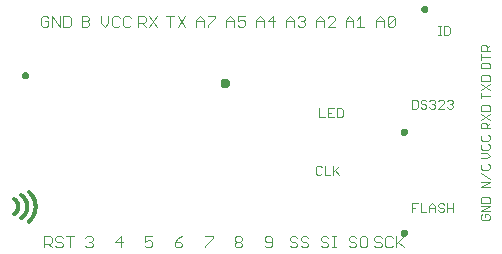
<source format=gto>
G75*
%MOIN*%
%OFA0B0*%
%FSLAX25Y25*%
%IPPOS*%
%LPD*%
%AMOC8*
5,1,8,0,0,1.08239X$1,22.5*
%
%ADD10C,0.00300*%
%ADD11C,0.01600*%
%ADD12C,0.01200*%
D10*
X0037119Y0019400D02*
X0037119Y0023103D01*
X0038970Y0023103D01*
X0039587Y0022486D01*
X0039587Y0021252D01*
X0038970Y0020634D01*
X0037119Y0020634D01*
X0038353Y0020634D02*
X0039587Y0019400D01*
X0040802Y0020017D02*
X0041419Y0019400D01*
X0042653Y0019400D01*
X0043270Y0020017D01*
X0043270Y0020634D01*
X0042653Y0021252D01*
X0041419Y0021252D01*
X0040802Y0021869D01*
X0040802Y0022486D01*
X0041419Y0023103D01*
X0042653Y0023103D01*
X0043270Y0022486D01*
X0044485Y0023103D02*
X0046954Y0023103D01*
X0045719Y0023103D02*
X0045719Y0019400D01*
X0050869Y0020017D02*
X0051486Y0019400D01*
X0052720Y0019400D01*
X0053337Y0020017D01*
X0053337Y0020634D01*
X0052720Y0021252D01*
X0052103Y0021252D01*
X0052720Y0021252D02*
X0053337Y0021869D01*
X0053337Y0022486D01*
X0052720Y0023103D01*
X0051486Y0023103D01*
X0050869Y0022486D01*
X0060869Y0021252D02*
X0063337Y0021252D01*
X0062720Y0023103D02*
X0060869Y0021252D01*
X0062720Y0023103D02*
X0062720Y0019400D01*
X0070556Y0020017D02*
X0071173Y0019400D01*
X0072408Y0019400D01*
X0073025Y0020017D01*
X0073025Y0021252D01*
X0072408Y0021869D01*
X0071790Y0021869D01*
X0070556Y0021252D01*
X0070556Y0023103D01*
X0073025Y0023103D01*
X0080556Y0021252D02*
X0080556Y0020017D01*
X0081173Y0019400D01*
X0082408Y0019400D01*
X0083025Y0020017D01*
X0083025Y0020634D01*
X0082408Y0021252D01*
X0080556Y0021252D01*
X0081790Y0022486D01*
X0083025Y0023103D01*
X0090869Y0023103D02*
X0093337Y0023103D01*
X0093337Y0022486D01*
X0090869Y0020017D01*
X0090869Y0019400D01*
X0100556Y0020017D02*
X0101173Y0019400D01*
X0102408Y0019400D01*
X0103025Y0020017D01*
X0103025Y0020634D01*
X0102408Y0021252D01*
X0101173Y0021252D01*
X0100556Y0021869D01*
X0100556Y0022486D01*
X0101173Y0023103D01*
X0102408Y0023103D01*
X0103025Y0022486D01*
X0103025Y0021869D01*
X0102408Y0021252D01*
X0101173Y0021252D02*
X0100556Y0020634D01*
X0100556Y0020017D01*
X0110556Y0020017D02*
X0111173Y0019400D01*
X0112408Y0019400D01*
X0113025Y0020017D01*
X0113025Y0022486D01*
X0112408Y0023103D01*
X0111173Y0023103D01*
X0110556Y0022486D01*
X0110556Y0021869D01*
X0111173Y0021252D01*
X0113025Y0021252D01*
X0118994Y0021869D02*
X0119611Y0021252D01*
X0120845Y0021252D01*
X0121462Y0020634D01*
X0121462Y0020017D01*
X0120845Y0019400D01*
X0119611Y0019400D01*
X0118994Y0020017D01*
X0118994Y0021869D02*
X0118994Y0022486D01*
X0119611Y0023103D01*
X0120845Y0023103D01*
X0121462Y0022486D01*
X0122677Y0022486D02*
X0122677Y0021869D01*
X0123294Y0021252D01*
X0124528Y0021252D01*
X0125145Y0020634D01*
X0125145Y0020017D01*
X0124528Y0019400D01*
X0123294Y0019400D01*
X0122677Y0020017D01*
X0122677Y0022486D02*
X0123294Y0023103D01*
X0124528Y0023103D01*
X0125145Y0022486D01*
X0129306Y0022486D02*
X0129306Y0021869D01*
X0129923Y0021252D01*
X0131158Y0021252D01*
X0131775Y0020634D01*
X0131775Y0020017D01*
X0131158Y0019400D01*
X0129923Y0019400D01*
X0129306Y0020017D01*
X0132989Y0019400D02*
X0134224Y0019400D01*
X0133606Y0019400D02*
X0133606Y0023103D01*
X0132989Y0023103D02*
X0134224Y0023103D01*
X0131775Y0022486D02*
X0131158Y0023103D01*
X0129923Y0023103D01*
X0129306Y0022486D01*
X0138681Y0022486D02*
X0138681Y0021869D01*
X0139298Y0021252D01*
X0140533Y0021252D01*
X0141150Y0020634D01*
X0141150Y0020017D01*
X0140533Y0019400D01*
X0139298Y0019400D01*
X0138681Y0020017D01*
X0138681Y0022486D02*
X0139298Y0023103D01*
X0140533Y0023103D01*
X0141150Y0022486D01*
X0142364Y0022486D02*
X0142364Y0020017D01*
X0142981Y0019400D01*
X0144216Y0019400D01*
X0144833Y0020017D01*
X0144833Y0022486D01*
X0144216Y0023103D01*
X0142981Y0023103D01*
X0142364Y0022486D01*
X0147119Y0022486D02*
X0147119Y0021869D01*
X0147736Y0021252D01*
X0148970Y0021252D01*
X0149587Y0020634D01*
X0149587Y0020017D01*
X0148970Y0019400D01*
X0147736Y0019400D01*
X0147119Y0020017D01*
X0150802Y0020017D02*
X0151419Y0019400D01*
X0152653Y0019400D01*
X0153270Y0020017D01*
X0154485Y0019400D02*
X0154485Y0023103D01*
X0153270Y0022486D02*
X0152653Y0023103D01*
X0151419Y0023103D01*
X0150802Y0022486D01*
X0150802Y0020017D01*
X0154485Y0020634D02*
X0156954Y0023103D01*
X0155102Y0021252D02*
X0156954Y0019400D01*
X0149587Y0022486D02*
X0148970Y0023103D01*
X0147736Y0023103D01*
X0147119Y0022486D01*
X0159619Y0031275D02*
X0159619Y0034177D01*
X0161553Y0034177D01*
X0162565Y0034177D02*
X0162565Y0031275D01*
X0164500Y0031275D01*
X0165512Y0031275D02*
X0165512Y0033210D01*
X0166479Y0034177D01*
X0167447Y0033210D01*
X0167447Y0031275D01*
X0168458Y0031759D02*
X0168942Y0031275D01*
X0169909Y0031275D01*
X0170393Y0031759D01*
X0170393Y0032242D01*
X0169909Y0032726D01*
X0168942Y0032726D01*
X0168458Y0033210D01*
X0168458Y0033694D01*
X0168942Y0034177D01*
X0169909Y0034177D01*
X0170393Y0033694D01*
X0171405Y0034177D02*
X0171405Y0031275D01*
X0173340Y0031275D02*
X0173340Y0034177D01*
X0173340Y0032726D02*
X0171405Y0032726D01*
X0167447Y0032726D02*
X0165512Y0032726D01*
X0160586Y0032726D02*
X0159619Y0032726D01*
X0182666Y0033344D02*
X0185569Y0033344D01*
X0182666Y0031409D01*
X0185569Y0031409D01*
X0185085Y0030397D02*
X0184117Y0030397D01*
X0184117Y0029430D01*
X0183150Y0030397D02*
X0182666Y0029914D01*
X0182666Y0028946D01*
X0183150Y0028462D01*
X0185085Y0028462D01*
X0185569Y0028946D01*
X0185569Y0029914D01*
X0185085Y0030397D01*
X0185569Y0034356D02*
X0182666Y0034356D01*
X0182666Y0035807D01*
X0183150Y0036291D01*
X0185085Y0036291D01*
X0185569Y0035807D01*
X0185569Y0034356D01*
X0185569Y0039400D02*
X0182666Y0039400D01*
X0185569Y0041335D01*
X0182666Y0041335D01*
X0182666Y0044281D02*
X0185569Y0042347D01*
X0185085Y0045293D02*
X0183150Y0045293D01*
X0182666Y0045777D01*
X0182666Y0046744D01*
X0183150Y0047228D01*
X0185085Y0047228D02*
X0185569Y0046744D01*
X0185569Y0045777D01*
X0185085Y0045293D01*
X0184601Y0049087D02*
X0182666Y0049087D01*
X0184601Y0049087D02*
X0185569Y0050055D01*
X0184601Y0051022D01*
X0182666Y0051022D01*
X0183150Y0052034D02*
X0185085Y0052034D01*
X0185569Y0052518D01*
X0185569Y0053485D01*
X0185085Y0053969D01*
X0185085Y0054981D02*
X0183150Y0054981D01*
X0182666Y0055464D01*
X0182666Y0056432D01*
X0183150Y0056916D01*
X0185085Y0056916D02*
X0185569Y0056432D01*
X0185569Y0055464D01*
X0185085Y0054981D01*
X0183150Y0053969D02*
X0182666Y0053485D01*
X0182666Y0052518D01*
X0183150Y0052034D01*
X0182666Y0059087D02*
X0182666Y0060539D01*
X0183150Y0061022D01*
X0184117Y0061022D01*
X0184601Y0060539D01*
X0184601Y0059087D01*
X0185569Y0059087D02*
X0182666Y0059087D01*
X0184601Y0060055D02*
X0185569Y0061022D01*
X0185569Y0062034D02*
X0182666Y0063969D01*
X0182666Y0064981D02*
X0182666Y0066432D01*
X0183150Y0066916D01*
X0185085Y0066916D01*
X0185569Y0066432D01*
X0185569Y0064981D01*
X0182666Y0064981D01*
X0182666Y0062034D02*
X0185569Y0063969D01*
X0182666Y0069088D02*
X0182666Y0071022D01*
X0182666Y0070055D02*
X0185569Y0070055D01*
X0185569Y0072034D02*
X0182666Y0073969D01*
X0182666Y0074981D02*
X0182666Y0076432D01*
X0183150Y0076916D01*
X0185085Y0076916D01*
X0185569Y0076432D01*
X0185569Y0074981D01*
X0182666Y0074981D01*
X0182666Y0072034D02*
X0185569Y0073969D01*
X0185569Y0079088D02*
X0182666Y0079088D01*
X0182666Y0080539D01*
X0183150Y0081022D01*
X0185085Y0081022D01*
X0185569Y0080539D01*
X0185569Y0079088D01*
X0182666Y0082034D02*
X0182666Y0083969D01*
X0182666Y0083002D02*
X0185569Y0083002D01*
X0185569Y0084981D02*
X0182666Y0084981D01*
X0182666Y0086432D01*
X0183150Y0086916D01*
X0184117Y0086916D01*
X0184601Y0086432D01*
X0184601Y0084981D01*
X0184601Y0085948D02*
X0185569Y0086916D01*
X0172357Y0090746D02*
X0172357Y0092681D01*
X0171873Y0093165D01*
X0170422Y0093165D01*
X0170422Y0090262D01*
X0171873Y0090262D01*
X0172357Y0090746D01*
X0169425Y0090262D02*
X0168458Y0090262D01*
X0168941Y0090262D02*
X0168941Y0093165D01*
X0168458Y0093165D02*
X0169425Y0093165D01*
X0154029Y0093517D02*
X0153412Y0092900D01*
X0152178Y0092900D01*
X0151560Y0093517D01*
X0154029Y0095986D01*
X0154029Y0093517D01*
X0151560Y0093517D02*
X0151560Y0095986D01*
X0152178Y0096603D01*
X0153412Y0096603D01*
X0154029Y0095986D01*
X0150346Y0095369D02*
X0150346Y0092900D01*
X0147877Y0092900D02*
X0147877Y0095369D01*
X0149112Y0096603D01*
X0150346Y0095369D01*
X0150346Y0094752D02*
X0147877Y0094752D01*
X0143717Y0092900D02*
X0141248Y0092900D01*
X0140033Y0092900D02*
X0140033Y0095369D01*
X0138799Y0096603D01*
X0137565Y0095369D01*
X0137565Y0092900D01*
X0134029Y0092900D02*
X0131560Y0092900D01*
X0134029Y0095369D01*
X0134029Y0095986D01*
X0133412Y0096603D01*
X0132178Y0096603D01*
X0131560Y0095986D01*
X0130346Y0095369D02*
X0129112Y0096603D01*
X0127877Y0095369D01*
X0127877Y0092900D01*
X0130346Y0092900D02*
X0130346Y0095369D01*
X0130346Y0094752D02*
X0127877Y0094752D01*
X0124029Y0095369D02*
X0123412Y0094752D01*
X0124029Y0094134D01*
X0124029Y0093517D01*
X0123412Y0092900D01*
X0122178Y0092900D01*
X0121560Y0093517D01*
X0120346Y0092900D02*
X0120346Y0095369D01*
X0119112Y0096603D01*
X0117877Y0095369D01*
X0117877Y0092900D01*
X0113412Y0092900D02*
X0113412Y0096603D01*
X0111560Y0094752D01*
X0114029Y0094752D01*
X0110346Y0094752D02*
X0107877Y0094752D01*
X0107877Y0095369D02*
X0109112Y0096603D01*
X0110346Y0095369D01*
X0110346Y0092900D01*
X0107877Y0092900D02*
X0107877Y0095369D01*
X0104029Y0094752D02*
X0104029Y0093517D01*
X0103412Y0092900D01*
X0102178Y0092900D01*
X0101560Y0093517D01*
X0101560Y0094752D02*
X0102795Y0095369D01*
X0103412Y0095369D01*
X0104029Y0094752D01*
X0101560Y0094752D02*
X0101560Y0096603D01*
X0104029Y0096603D01*
X0100346Y0095369D02*
X0100346Y0092900D01*
X0097877Y0092900D02*
X0097877Y0095369D01*
X0099112Y0096603D01*
X0100346Y0095369D01*
X0100346Y0094752D02*
X0097877Y0094752D01*
X0094029Y0095986D02*
X0094029Y0096603D01*
X0091560Y0096603D01*
X0090346Y0095369D02*
X0089112Y0096603D01*
X0087877Y0095369D01*
X0087877Y0092900D01*
X0090346Y0092900D02*
X0090346Y0095369D01*
X0090346Y0094752D02*
X0087877Y0094752D01*
X0091560Y0093517D02*
X0091560Y0092900D01*
X0091560Y0093517D02*
X0094029Y0095986D01*
X0084029Y0096603D02*
X0081560Y0092900D01*
X0079112Y0092900D02*
X0079112Y0096603D01*
X0080346Y0096603D02*
X0077877Y0096603D01*
X0074654Y0096603D02*
X0072185Y0092900D01*
X0070971Y0092900D02*
X0069737Y0094134D01*
X0070354Y0094134D02*
X0068502Y0094134D01*
X0070354Y0094134D02*
X0070971Y0094752D01*
X0070971Y0095986D01*
X0070354Y0096603D01*
X0068502Y0096603D01*
X0068502Y0092900D01*
X0065904Y0093517D02*
X0065287Y0092900D01*
X0064053Y0092900D01*
X0063435Y0093517D01*
X0063435Y0095986D01*
X0064053Y0096603D01*
X0065287Y0096603D01*
X0065904Y0095986D01*
X0062221Y0095986D02*
X0061604Y0096603D01*
X0060369Y0096603D01*
X0059752Y0095986D01*
X0059752Y0093517D01*
X0060369Y0092900D01*
X0061604Y0092900D01*
X0062221Y0093517D01*
X0058538Y0094134D02*
X0058538Y0096603D01*
X0056069Y0096603D02*
X0056069Y0094134D01*
X0057303Y0092900D01*
X0058538Y0094134D01*
X0052154Y0094134D02*
X0052154Y0093517D01*
X0051537Y0092900D01*
X0049685Y0092900D01*
X0049685Y0096603D01*
X0051537Y0096603D01*
X0052154Y0095986D01*
X0052154Y0095369D01*
X0051537Y0094752D01*
X0049685Y0094752D01*
X0051537Y0094752D02*
X0052154Y0094134D01*
X0045904Y0093517D02*
X0045287Y0092900D01*
X0043435Y0092900D01*
X0043435Y0096603D01*
X0045287Y0096603D01*
X0045904Y0095986D01*
X0045904Y0093517D01*
X0042221Y0092900D02*
X0042221Y0096603D01*
X0039752Y0096603D02*
X0042221Y0092900D01*
X0039752Y0092900D02*
X0039752Y0096603D01*
X0038538Y0095986D02*
X0037921Y0096603D01*
X0036686Y0096603D01*
X0036069Y0095986D01*
X0036069Y0093517D01*
X0036686Y0092900D01*
X0037921Y0092900D01*
X0038538Y0093517D01*
X0038538Y0094752D01*
X0037303Y0094752D01*
X0072185Y0096603D02*
X0074654Y0092900D01*
X0081560Y0096603D02*
X0084029Y0092900D01*
X0117877Y0094752D02*
X0120346Y0094752D01*
X0121560Y0095986D02*
X0122178Y0096603D01*
X0123412Y0096603D01*
X0124029Y0095986D01*
X0124029Y0095369D01*
X0123412Y0094752D02*
X0122795Y0094752D01*
X0137565Y0094752D02*
X0140033Y0094752D01*
X0141248Y0095369D02*
X0142482Y0096603D01*
X0142482Y0092900D01*
X0159619Y0068552D02*
X0161070Y0068552D01*
X0161553Y0068069D01*
X0161553Y0066134D01*
X0161070Y0065650D01*
X0159619Y0065650D01*
X0159619Y0068552D01*
X0162565Y0068069D02*
X0162565Y0067585D01*
X0163049Y0067101D01*
X0164016Y0067101D01*
X0164500Y0066617D01*
X0164500Y0066134D01*
X0164016Y0065650D01*
X0163049Y0065650D01*
X0162565Y0066134D01*
X0165512Y0066134D02*
X0165995Y0065650D01*
X0166963Y0065650D01*
X0167447Y0066134D01*
X0167447Y0066617D01*
X0166963Y0067101D01*
X0166479Y0067101D01*
X0166963Y0067101D02*
X0167447Y0067585D01*
X0167447Y0068069D01*
X0166963Y0068552D01*
X0165995Y0068552D01*
X0165512Y0068069D01*
X0164500Y0068069D02*
X0164016Y0068552D01*
X0163049Y0068552D01*
X0162565Y0068069D01*
X0168458Y0068069D02*
X0168942Y0068552D01*
X0169909Y0068552D01*
X0170393Y0068069D01*
X0170393Y0067585D01*
X0168458Y0065650D01*
X0170393Y0065650D01*
X0171405Y0066134D02*
X0171888Y0065650D01*
X0172856Y0065650D01*
X0173340Y0066134D01*
X0173340Y0066617D01*
X0172856Y0067101D01*
X0172372Y0067101D01*
X0172856Y0067101D02*
X0173340Y0067585D01*
X0173340Y0068069D01*
X0172856Y0068552D01*
X0171888Y0068552D01*
X0171405Y0068069D01*
X0136684Y0065256D02*
X0136684Y0063321D01*
X0136200Y0062837D01*
X0134749Y0062837D01*
X0134749Y0065740D01*
X0136200Y0065740D01*
X0136684Y0065256D01*
X0133738Y0065740D02*
X0131803Y0065740D01*
X0131803Y0062837D01*
X0133738Y0062837D01*
X0132770Y0064289D02*
X0131803Y0064289D01*
X0130791Y0062837D02*
X0128856Y0062837D01*
X0128856Y0065740D01*
X0129105Y0046602D02*
X0128138Y0046602D01*
X0127654Y0046119D01*
X0127654Y0044184D01*
X0128138Y0043700D01*
X0129105Y0043700D01*
X0129589Y0044184D01*
X0130600Y0043700D02*
X0132535Y0043700D01*
X0133547Y0043700D02*
X0133547Y0046602D01*
X0133547Y0044667D02*
X0135482Y0046602D01*
X0134031Y0045151D02*
X0135482Y0043700D01*
X0130600Y0043700D02*
X0130600Y0046602D01*
X0129589Y0046119D02*
X0129105Y0046602D01*
D11*
X0156656Y0058000D02*
X0156658Y0058035D01*
X0156664Y0058070D01*
X0156674Y0058103D01*
X0156687Y0058136D01*
X0156704Y0058167D01*
X0156724Y0058195D01*
X0156748Y0058221D01*
X0156774Y0058245D01*
X0156802Y0058265D01*
X0156833Y0058282D01*
X0156866Y0058295D01*
X0156899Y0058305D01*
X0156934Y0058311D01*
X0156969Y0058313D01*
X0157004Y0058311D01*
X0157039Y0058305D01*
X0157072Y0058295D01*
X0157105Y0058282D01*
X0157136Y0058265D01*
X0157164Y0058245D01*
X0157190Y0058221D01*
X0157214Y0058195D01*
X0157234Y0058167D01*
X0157251Y0058136D01*
X0157264Y0058103D01*
X0157274Y0058070D01*
X0157280Y0058035D01*
X0157282Y0058000D01*
X0157280Y0057965D01*
X0157274Y0057930D01*
X0157264Y0057897D01*
X0157251Y0057864D01*
X0157234Y0057833D01*
X0157214Y0057805D01*
X0157190Y0057779D01*
X0157164Y0057755D01*
X0157136Y0057735D01*
X0157105Y0057718D01*
X0157072Y0057705D01*
X0157039Y0057695D01*
X0157004Y0057689D01*
X0156969Y0057687D01*
X0156934Y0057689D01*
X0156899Y0057695D01*
X0156866Y0057705D01*
X0156833Y0057718D01*
X0156802Y0057735D01*
X0156774Y0057755D01*
X0156748Y0057779D01*
X0156724Y0057805D01*
X0156704Y0057833D01*
X0156687Y0057864D01*
X0156674Y0057897D01*
X0156664Y0057930D01*
X0156658Y0057965D01*
X0156656Y0058000D01*
X0096582Y0074250D02*
X0096584Y0074302D01*
X0096590Y0074354D01*
X0096600Y0074406D01*
X0096613Y0074456D01*
X0096630Y0074505D01*
X0096651Y0074553D01*
X0096676Y0074600D01*
X0096703Y0074644D01*
X0096734Y0074686D01*
X0096769Y0074725D01*
X0096806Y0074762D01*
X0096845Y0074797D01*
X0096887Y0074828D01*
X0096932Y0074855D01*
X0096978Y0074880D01*
X0097026Y0074901D01*
X0097075Y0074918D01*
X0097125Y0074931D01*
X0097177Y0074941D01*
X0097229Y0074947D01*
X0097281Y0074949D01*
X0097333Y0074947D01*
X0097385Y0074941D01*
X0097437Y0074931D01*
X0097487Y0074918D01*
X0097536Y0074901D01*
X0097584Y0074880D01*
X0097631Y0074855D01*
X0097675Y0074828D01*
X0097717Y0074797D01*
X0097756Y0074762D01*
X0097793Y0074725D01*
X0097828Y0074686D01*
X0097859Y0074644D01*
X0097886Y0074599D01*
X0097911Y0074553D01*
X0097932Y0074505D01*
X0097949Y0074456D01*
X0097962Y0074406D01*
X0097972Y0074354D01*
X0097978Y0074302D01*
X0097980Y0074250D01*
X0097978Y0074198D01*
X0097972Y0074146D01*
X0097962Y0074094D01*
X0097949Y0074044D01*
X0097932Y0073995D01*
X0097911Y0073947D01*
X0097886Y0073900D01*
X0097859Y0073856D01*
X0097828Y0073814D01*
X0097793Y0073775D01*
X0097756Y0073738D01*
X0097717Y0073703D01*
X0097675Y0073672D01*
X0097630Y0073645D01*
X0097584Y0073620D01*
X0097536Y0073599D01*
X0097487Y0073582D01*
X0097437Y0073569D01*
X0097385Y0073559D01*
X0097333Y0073553D01*
X0097281Y0073551D01*
X0097229Y0073553D01*
X0097177Y0073559D01*
X0097125Y0073569D01*
X0097075Y0073582D01*
X0097026Y0073599D01*
X0096978Y0073620D01*
X0096931Y0073645D01*
X0096887Y0073672D01*
X0096845Y0073703D01*
X0096806Y0073738D01*
X0096769Y0073775D01*
X0096734Y0073814D01*
X0096703Y0073856D01*
X0096676Y0073901D01*
X0096651Y0073947D01*
X0096630Y0073995D01*
X0096613Y0074044D01*
X0096600Y0074094D01*
X0096590Y0074146D01*
X0096584Y0074198D01*
X0096582Y0074250D01*
X0030406Y0076750D02*
X0030408Y0076785D01*
X0030414Y0076820D01*
X0030424Y0076853D01*
X0030437Y0076886D01*
X0030454Y0076917D01*
X0030474Y0076945D01*
X0030498Y0076971D01*
X0030524Y0076995D01*
X0030552Y0077015D01*
X0030583Y0077032D01*
X0030616Y0077045D01*
X0030649Y0077055D01*
X0030684Y0077061D01*
X0030719Y0077063D01*
X0030754Y0077061D01*
X0030789Y0077055D01*
X0030822Y0077045D01*
X0030855Y0077032D01*
X0030886Y0077015D01*
X0030914Y0076995D01*
X0030940Y0076971D01*
X0030964Y0076945D01*
X0030984Y0076917D01*
X0031001Y0076886D01*
X0031014Y0076853D01*
X0031024Y0076820D01*
X0031030Y0076785D01*
X0031032Y0076750D01*
X0031030Y0076715D01*
X0031024Y0076680D01*
X0031014Y0076647D01*
X0031001Y0076614D01*
X0030984Y0076583D01*
X0030964Y0076555D01*
X0030940Y0076529D01*
X0030914Y0076505D01*
X0030886Y0076485D01*
X0030855Y0076468D01*
X0030822Y0076455D01*
X0030789Y0076445D01*
X0030754Y0076439D01*
X0030719Y0076437D01*
X0030684Y0076439D01*
X0030649Y0076445D01*
X0030616Y0076455D01*
X0030583Y0076468D01*
X0030552Y0076485D01*
X0030524Y0076505D01*
X0030498Y0076529D01*
X0030474Y0076555D01*
X0030454Y0076583D01*
X0030437Y0076614D01*
X0030424Y0076647D01*
X0030414Y0076680D01*
X0030408Y0076715D01*
X0030406Y0076750D01*
X0156656Y0024250D02*
X0156658Y0024285D01*
X0156664Y0024320D01*
X0156674Y0024353D01*
X0156687Y0024386D01*
X0156704Y0024417D01*
X0156724Y0024445D01*
X0156748Y0024471D01*
X0156774Y0024495D01*
X0156802Y0024515D01*
X0156833Y0024532D01*
X0156866Y0024545D01*
X0156899Y0024555D01*
X0156934Y0024561D01*
X0156969Y0024563D01*
X0157004Y0024561D01*
X0157039Y0024555D01*
X0157072Y0024545D01*
X0157105Y0024532D01*
X0157136Y0024515D01*
X0157164Y0024495D01*
X0157190Y0024471D01*
X0157214Y0024445D01*
X0157234Y0024417D01*
X0157251Y0024386D01*
X0157264Y0024353D01*
X0157274Y0024320D01*
X0157280Y0024285D01*
X0157282Y0024250D01*
X0157280Y0024215D01*
X0157274Y0024180D01*
X0157264Y0024147D01*
X0157251Y0024114D01*
X0157234Y0024083D01*
X0157214Y0024055D01*
X0157190Y0024029D01*
X0157164Y0024005D01*
X0157136Y0023985D01*
X0157105Y0023968D01*
X0157072Y0023955D01*
X0157039Y0023945D01*
X0157004Y0023939D01*
X0156969Y0023937D01*
X0156934Y0023939D01*
X0156899Y0023945D01*
X0156866Y0023955D01*
X0156833Y0023968D01*
X0156802Y0023985D01*
X0156774Y0024005D01*
X0156748Y0024029D01*
X0156724Y0024055D01*
X0156704Y0024083D01*
X0156687Y0024114D01*
X0156674Y0024147D01*
X0156664Y0024180D01*
X0156658Y0024215D01*
X0156656Y0024250D01*
X0163531Y0098937D02*
X0163533Y0098972D01*
X0163539Y0099007D01*
X0163549Y0099040D01*
X0163562Y0099073D01*
X0163579Y0099104D01*
X0163599Y0099132D01*
X0163623Y0099158D01*
X0163649Y0099182D01*
X0163677Y0099202D01*
X0163708Y0099219D01*
X0163741Y0099232D01*
X0163774Y0099242D01*
X0163809Y0099248D01*
X0163844Y0099250D01*
X0163879Y0099248D01*
X0163914Y0099242D01*
X0163947Y0099232D01*
X0163980Y0099219D01*
X0164011Y0099202D01*
X0164039Y0099182D01*
X0164065Y0099158D01*
X0164089Y0099132D01*
X0164109Y0099104D01*
X0164126Y0099073D01*
X0164139Y0099040D01*
X0164149Y0099007D01*
X0164155Y0098972D01*
X0164157Y0098937D01*
X0164155Y0098902D01*
X0164149Y0098867D01*
X0164139Y0098834D01*
X0164126Y0098801D01*
X0164109Y0098770D01*
X0164089Y0098742D01*
X0164065Y0098716D01*
X0164039Y0098692D01*
X0164011Y0098672D01*
X0163980Y0098655D01*
X0163947Y0098642D01*
X0163914Y0098632D01*
X0163879Y0098626D01*
X0163844Y0098624D01*
X0163809Y0098626D01*
X0163774Y0098632D01*
X0163741Y0098642D01*
X0163708Y0098655D01*
X0163677Y0098672D01*
X0163649Y0098692D01*
X0163623Y0098716D01*
X0163599Y0098742D01*
X0163579Y0098770D01*
X0163562Y0098801D01*
X0163549Y0098834D01*
X0163539Y0098867D01*
X0163533Y0098902D01*
X0163531Y0098937D01*
D12*
X0031969Y0038000D02*
X0032090Y0037892D01*
X0032207Y0037781D01*
X0032322Y0037668D01*
X0032434Y0037551D01*
X0032544Y0037432D01*
X0032650Y0037310D01*
X0032754Y0037186D01*
X0032854Y0037059D01*
X0032951Y0036930D01*
X0033045Y0036798D01*
X0033136Y0036664D01*
X0033224Y0036528D01*
X0033308Y0036390D01*
X0033389Y0036250D01*
X0033466Y0036108D01*
X0033540Y0035964D01*
X0033610Y0035819D01*
X0033677Y0035672D01*
X0033740Y0035523D01*
X0033800Y0035372D01*
X0033856Y0035221D01*
X0033908Y0035068D01*
X0033957Y0034913D01*
X0034001Y0034758D01*
X0034042Y0034601D01*
X0034079Y0034444D01*
X0034112Y0034286D01*
X0034142Y0034127D01*
X0034167Y0033967D01*
X0034189Y0033807D01*
X0034207Y0033646D01*
X0034220Y0033485D01*
X0034230Y0033323D01*
X0034236Y0033162D01*
X0034238Y0033000D01*
X0034236Y0032838D01*
X0034230Y0032677D01*
X0034220Y0032515D01*
X0034207Y0032354D01*
X0034189Y0032193D01*
X0034167Y0032033D01*
X0034142Y0031873D01*
X0034112Y0031714D01*
X0034079Y0031556D01*
X0034042Y0031399D01*
X0034001Y0031242D01*
X0033957Y0031087D01*
X0033908Y0030932D01*
X0033856Y0030779D01*
X0033800Y0030628D01*
X0033740Y0030477D01*
X0033677Y0030328D01*
X0033610Y0030181D01*
X0033540Y0030036D01*
X0033466Y0029892D01*
X0033389Y0029750D01*
X0033308Y0029610D01*
X0033224Y0029472D01*
X0033136Y0029336D01*
X0033045Y0029202D01*
X0032951Y0029070D01*
X0032854Y0028941D01*
X0032754Y0028814D01*
X0032650Y0028690D01*
X0032544Y0028568D01*
X0032434Y0028449D01*
X0032322Y0028332D01*
X0032207Y0028219D01*
X0032090Y0028108D01*
X0031969Y0028000D01*
X0029469Y0029250D02*
X0029578Y0029325D01*
X0029685Y0029403D01*
X0029789Y0029484D01*
X0029891Y0029568D01*
X0029990Y0029656D01*
X0030087Y0029746D01*
X0030181Y0029839D01*
X0030273Y0029934D01*
X0030361Y0030032D01*
X0030447Y0030133D01*
X0030529Y0030236D01*
X0030609Y0030342D01*
X0030685Y0030450D01*
X0030758Y0030560D01*
X0030828Y0030672D01*
X0030895Y0030786D01*
X0030958Y0030903D01*
X0031018Y0031020D01*
X0031074Y0031140D01*
X0031127Y0031261D01*
X0031176Y0031384D01*
X0031222Y0031508D01*
X0031264Y0031634D01*
X0031302Y0031760D01*
X0031337Y0031888D01*
X0031367Y0032016D01*
X0031394Y0032146D01*
X0031417Y0032276D01*
X0031437Y0032407D01*
X0031452Y0032538D01*
X0031464Y0032670D01*
X0031472Y0032802D01*
X0031476Y0032934D01*
X0031476Y0033066D01*
X0031472Y0033198D01*
X0031464Y0033330D01*
X0031452Y0033462D01*
X0031437Y0033593D01*
X0031417Y0033724D01*
X0031394Y0033854D01*
X0031367Y0033984D01*
X0031337Y0034112D01*
X0031302Y0034240D01*
X0031264Y0034366D01*
X0031222Y0034492D01*
X0031176Y0034616D01*
X0031127Y0034739D01*
X0031074Y0034860D01*
X0031018Y0034980D01*
X0030958Y0035097D01*
X0030895Y0035214D01*
X0030828Y0035328D01*
X0030758Y0035440D01*
X0030685Y0035550D01*
X0030609Y0035658D01*
X0030529Y0035764D01*
X0030447Y0035867D01*
X0030361Y0035968D01*
X0030273Y0036066D01*
X0030181Y0036161D01*
X0030087Y0036254D01*
X0029990Y0036344D01*
X0029891Y0036432D01*
X0029789Y0036516D01*
X0029685Y0036597D01*
X0029578Y0036675D01*
X0029469Y0036750D01*
X0026969Y0035500D02*
X0027062Y0035451D01*
X0027153Y0035399D01*
X0027242Y0035344D01*
X0027329Y0035285D01*
X0027413Y0035223D01*
X0027496Y0035158D01*
X0027575Y0035090D01*
X0027652Y0035018D01*
X0027727Y0034944D01*
X0027798Y0034868D01*
X0027867Y0034788D01*
X0027933Y0034707D01*
X0027995Y0034622D01*
X0028054Y0034536D01*
X0028110Y0034447D01*
X0028163Y0034356D01*
X0028212Y0034264D01*
X0028258Y0034169D01*
X0028300Y0034073D01*
X0028338Y0033976D01*
X0028373Y0033877D01*
X0028404Y0033776D01*
X0028431Y0033675D01*
X0028455Y0033573D01*
X0028474Y0033470D01*
X0028490Y0033366D01*
X0028502Y0033262D01*
X0028510Y0033157D01*
X0028514Y0033052D01*
X0028514Y0032948D01*
X0028510Y0032843D01*
X0028502Y0032738D01*
X0028490Y0032634D01*
X0028474Y0032530D01*
X0028455Y0032427D01*
X0028431Y0032325D01*
X0028404Y0032224D01*
X0028373Y0032123D01*
X0028338Y0032024D01*
X0028300Y0031927D01*
X0028258Y0031831D01*
X0028212Y0031736D01*
X0028163Y0031644D01*
X0028110Y0031553D01*
X0028054Y0031464D01*
X0027995Y0031378D01*
X0027933Y0031293D01*
X0027867Y0031212D01*
X0027798Y0031132D01*
X0027727Y0031056D01*
X0027652Y0030982D01*
X0027575Y0030910D01*
X0027496Y0030842D01*
X0027413Y0030777D01*
X0027329Y0030715D01*
X0027242Y0030656D01*
X0027153Y0030601D01*
X0027062Y0030549D01*
X0026969Y0030500D01*
M02*

</source>
